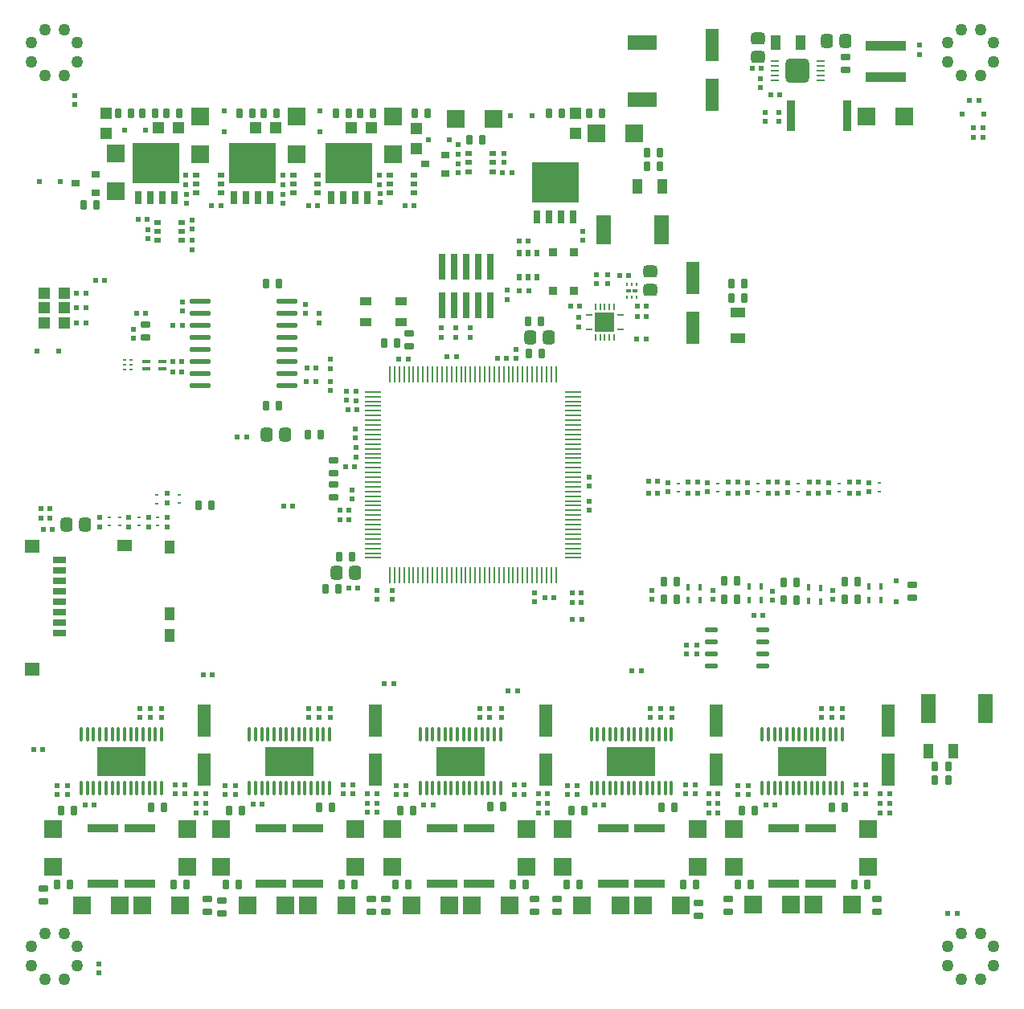
<source format=gtp>
G04 Layer_Color=8421504*
%FSLAX24Y24*%
%MOIN*%
G70*
G01*
G75*
%ADD36R,0.0591X0.0453*%
%ADD40C,0.0500*%
%ADD145R,0.0236X0.0118*%
%ADD146R,0.0120X0.0102*%
%ADD147R,0.0374X0.0334*%
%ADD148R,0.0138X0.0098*%
%ADD149R,0.0787X0.0787*%
%ADD150O,0.0295X0.0090*%
%ADD151O,0.0090X0.0295*%
G04:AMPARAMS|DCode=152|XSize=20mil|YSize=22mil|CornerRadius=3.4mil|HoleSize=0mil|Usage=FLASHONLY|Rotation=0.000|XOffset=0mil|YOffset=0mil|HoleType=Round|Shape=RoundedRectangle|*
%AMROUNDEDRECTD152*
21,1,0.0200,0.0152,0,0,0.0*
21,1,0.0132,0.0220,0,0,0.0*
1,1,0.0068,0.0066,-0.0076*
1,1,0.0068,-0.0066,-0.0076*
1,1,0.0068,-0.0066,0.0076*
1,1,0.0068,0.0066,0.0076*
%
%ADD152ROUNDEDRECTD152*%
%ADD153R,0.0220X0.0220*%
G04:AMPARAMS|DCode=154|XSize=27.1mil|YSize=37.4mil|CornerRadius=4.8mil|HoleSize=0mil|Usage=FLASHONLY|Rotation=0.000|XOffset=0mil|YOffset=0mil|HoleType=Round|Shape=RoundedRectangle|*
%AMROUNDEDRECTD154*
21,1,0.0271,0.0277,0,0,0.0*
21,1,0.0175,0.0374,0,0,0.0*
1,1,0.0097,0.0087,-0.0139*
1,1,0.0097,-0.0087,-0.0139*
1,1,0.0097,-0.0087,0.0139*
1,1,0.0097,0.0087,0.0139*
%
%ADD154ROUNDEDRECTD154*%
G04:AMPARAMS|DCode=155|XSize=27.1mil|YSize=37.4mil|CornerRadius=4.8mil|HoleSize=0mil|Usage=FLASHONLY|Rotation=270.000|XOffset=0mil|YOffset=0mil|HoleType=Round|Shape=RoundedRectangle|*
%AMROUNDEDRECTD155*
21,1,0.0271,0.0277,0,0,270.0*
21,1,0.0175,0.0374,0,0,270.0*
1,1,0.0097,-0.0139,-0.0087*
1,1,0.0097,-0.0139,0.0087*
1,1,0.0097,0.0139,0.0087*
1,1,0.0097,0.0139,-0.0087*
%
%ADD155ROUNDEDRECTD155*%
G04:AMPARAMS|DCode=156|XSize=20mil|YSize=22mil|CornerRadius=3.4mil|HoleSize=0mil|Usage=FLASHONLY|Rotation=270.000|XOffset=0mil|YOffset=0mil|HoleType=Round|Shape=RoundedRectangle|*
%AMROUNDEDRECTD156*
21,1,0.0200,0.0152,0,0,270.0*
21,1,0.0132,0.0220,0,0,270.0*
1,1,0.0068,-0.0076,-0.0066*
1,1,0.0068,-0.0076,0.0066*
1,1,0.0068,0.0076,0.0066*
1,1,0.0068,0.0076,-0.0066*
%
%ADD156ROUNDEDRECTD156*%
%ADD157R,0.0334X0.0137*%
%ADD158R,0.0340X0.0300*%
%ADD159R,0.0220X0.0220*%
%ADD160R,0.0770X0.0770*%
%ADD161R,0.0770X0.0770*%
%ADD162R,0.0216X0.0315*%
%ADD163R,0.0315X0.0216*%
%ADD164R,0.0413X0.0649*%
G04:AMPARAMS|DCode=165|XSize=50mil|YSize=58mil|CornerRadius=12mil|HoleSize=0mil|Usage=FLASHONLY|Rotation=270.000|XOffset=0mil|YOffset=0mil|HoleType=Round|Shape=RoundedRectangle|*
%AMROUNDEDRECTD165*
21,1,0.0500,0.0340,0,0,270.0*
21,1,0.0260,0.0580,0,0,270.0*
1,1,0.0240,-0.0170,-0.0130*
1,1,0.0240,-0.0170,0.0130*
1,1,0.0240,0.0170,0.0130*
1,1,0.0240,0.0170,-0.0130*
%
%ADD165ROUNDEDRECTD165*%
%ADD166R,0.0531X0.1319*%
%ADD167O,0.0118X0.0649*%
%ADD168R,0.2035X0.1200*%
%ADD169R,0.0649X0.0531*%
%ADD170R,0.0433X0.0571*%
%ADD171R,0.0571X0.0295*%
G04:AMPARAMS|DCode=172|XSize=50mil|YSize=58mil|CornerRadius=12mil|HoleSize=0mil|Usage=FLASHONLY|Rotation=0.000|XOffset=0mil|YOffset=0mil|HoleType=Round|Shape=RoundedRectangle|*
%AMROUNDEDRECTD172*
21,1,0.0500,0.0340,0,0,0.0*
21,1,0.0260,0.0580,0,0,0.0*
1,1,0.0240,0.0130,-0.0170*
1,1,0.0240,-0.0130,-0.0170*
1,1,0.0240,-0.0130,0.0170*
1,1,0.0240,0.0130,0.0170*
%
%ADD172ROUNDEDRECTD172*%
%ADD173R,0.0649X0.0413*%
%ADD174R,0.0460X0.0460*%
%ADD175R,0.0460X0.0460*%
%ADD176R,0.1240X0.0610*%
%ADD177R,0.0610X0.1240*%
%ADD178R,0.0180X0.0260*%
%ADD179R,0.0275X0.1082*%
%ADD180R,0.1653X0.0445*%
%ADD181R,0.0260X0.0540*%
%ADD182R,0.1950X0.1680*%
%ADD183R,0.1279X0.0334*%
%ADD184R,0.0334X0.1279*%
%ADD185O,0.0689X0.0098*%
%ADD186O,0.0098X0.0689*%
%ADD187R,0.0382X0.0098*%
G04:AMPARAMS|DCode=188|XSize=103mil|YSize=103mil|CornerRadius=25.3mil|HoleSize=0mil|Usage=FLASHONLY|Rotation=0.000|XOffset=0mil|YOffset=0mil|HoleType=Round|Shape=RoundedRectangle|*
%AMROUNDEDRECTD188*
21,1,0.1030,0.0525,0,0,0.0*
21,1,0.0525,0.1030,0,0,0.0*
1,1,0.0505,0.0263,-0.0263*
1,1,0.0505,-0.0263,-0.0263*
1,1,0.0505,-0.0263,0.0263*
1,1,0.0505,0.0263,0.0263*
%
%ADD188ROUNDEDRECTD188*%
%ADD189O,0.0886X0.0216*%
%ADD190O,0.0571X0.0216*%
%ADD191R,0.0452X0.0334*%
%ADD192R,0.0090X0.0137*%
G36*
X13631Y33643D02*
Y33592D01*
X13419D01*
Y33643D01*
X13454Y33679D01*
X13596D01*
X13631Y33643D01*
D02*
G37*
G36*
X14010D02*
Y33592D01*
X13800D01*
Y33643D01*
X13840Y33679D01*
X13980D01*
X14010Y33643D01*
D02*
G37*
G36*
X13257Y33640D02*
Y33592D01*
X13116D01*
Y33683D01*
X13214D01*
X13257Y33640D01*
D02*
G37*
G36*
X10000Y33643D02*
Y33592D01*
X9790D01*
Y33643D01*
X9830Y33679D01*
X9970D01*
X10000Y33643D01*
D02*
G37*
G36*
X10300Y33592D02*
X10170D01*
Y33640D01*
X10210Y33683D01*
X10300D01*
Y33592D01*
D02*
G37*
G36*
X21808Y34200D02*
X21773Y34170D01*
X21623D01*
X21584Y34210D01*
Y34450D01*
X21808D01*
Y34200D01*
D02*
G37*
G36*
X22186D02*
X22151Y34170D01*
X22001D01*
X21962Y34210D01*
Y34450D01*
X22186D01*
Y34200D01*
D02*
G37*
G36*
X23235Y33930D02*
X23135D01*
Y34450D01*
X23235D01*
Y33930D01*
D02*
G37*
G36*
X14310Y33592D02*
X14180D01*
Y33640D01*
X14220Y33683D01*
X14310D01*
Y33592D01*
D02*
G37*
G36*
X21415Y33930D02*
X21304D01*
Y34450D01*
X21415D01*
Y33930D01*
D02*
G37*
G36*
X22865Y32792D02*
X22735D01*
Y32840D01*
X22775Y32883D01*
X22865D01*
Y32792D01*
D02*
G37*
G36*
X5262Y33640D02*
Y33592D01*
X5120D01*
Y33683D01*
X5219D01*
X5262Y33640D01*
D02*
G37*
G36*
X22565Y32843D02*
Y32792D01*
X22355D01*
Y32843D01*
X22395Y32879D01*
X22535D01*
X22565Y32843D01*
D02*
G37*
G36*
X21812Y32840D02*
Y32792D01*
X21670D01*
Y32883D01*
X21769D01*
X21812Y32840D01*
D02*
G37*
G36*
X22186Y32843D02*
Y32792D01*
X21974D01*
Y32843D01*
X22009Y32879D01*
X22151D01*
X22186Y32843D01*
D02*
G37*
G36*
X9247Y33640D02*
Y33592D01*
X9106D01*
Y33683D01*
X9204D01*
X9247Y33640D01*
D02*
G37*
G36*
X9621Y33643D02*
Y33592D01*
X9409D01*
Y33643D01*
X9444Y33679D01*
X9586D01*
X9621Y33643D01*
D02*
G37*
G36*
X6315Y33592D02*
X6185D01*
Y33640D01*
X6225Y33683D01*
X6315D01*
Y33592D01*
D02*
G37*
G36*
X5636Y33643D02*
Y33592D01*
X5424D01*
Y33643D01*
X5459Y33679D01*
X5601D01*
X5636Y33643D01*
D02*
G37*
G36*
X6015D02*
Y33592D01*
X5805D01*
Y33643D01*
X5845Y33679D01*
X5985D01*
X6015Y33643D01*
D02*
G37*
G36*
X9621Y35000D02*
X9586Y34970D01*
X9436D01*
X9397Y35010D01*
Y35250D01*
X9621D01*
Y35000D01*
D02*
G37*
G36*
X10000Y35010D02*
X9960Y34970D01*
X9820D01*
X9780Y35010D01*
Y35250D01*
X10000D01*
Y35010D01*
D02*
G37*
G36*
X9243Y35000D02*
X9208Y34970D01*
X9058D01*
X9019Y35010D01*
Y35250D01*
X9243D01*
Y35000D01*
D02*
G37*
G36*
X6015Y35010D02*
X5975Y34970D01*
X5835D01*
X5795Y35010D01*
Y35250D01*
X6015D01*
Y35010D01*
D02*
G37*
G36*
X6385D02*
X6355Y34970D01*
X6205D01*
X6165Y35010D01*
Y35250D01*
X6385D01*
Y35010D01*
D02*
G37*
G36*
X14010D02*
X13970Y34970D01*
X13830D01*
X13790Y35010D01*
Y35250D01*
X14010D01*
Y35010D01*
D02*
G37*
G36*
X14380D02*
X14350Y34970D01*
X14200D01*
X14160Y35010D01*
Y35250D01*
X14380D01*
Y35010D01*
D02*
G37*
G36*
X13631Y35000D02*
X13596Y34970D01*
X13446D01*
X13407Y35010D01*
Y35250D01*
X13631D01*
Y35000D01*
D02*
G37*
G36*
X10370Y35010D02*
X10340Y34970D01*
X10190D01*
X10150Y35010D01*
Y35250D01*
X10370D01*
Y35010D01*
D02*
G37*
G36*
X13253Y35000D02*
X13218Y34970D01*
X13068D01*
X13029Y35010D01*
Y35250D01*
X13253D01*
Y35000D01*
D02*
G37*
G36*
X6685Y34730D02*
X6585D01*
Y35250D01*
X6685D01*
Y34730D01*
D02*
G37*
G36*
X8850D02*
X8739D01*
Y35250D01*
X8850D01*
Y34730D01*
D02*
G37*
G36*
X4865D02*
X4754D01*
Y35250D01*
X4865D01*
Y34730D01*
D02*
G37*
G36*
X22565Y34210D02*
X22525Y34170D01*
X22385D01*
X22345Y34210D01*
Y34450D01*
X22565D01*
Y34210D01*
D02*
G37*
G36*
X22935D02*
X22905Y34170D01*
X22755D01*
X22715Y34210D01*
Y34450D01*
X22935D01*
Y34210D01*
D02*
G37*
G36*
X5258Y35000D02*
X5223Y34970D01*
X5073D01*
X5034Y35010D01*
Y35250D01*
X5258D01*
Y35000D01*
D02*
G37*
G36*
X5636D02*
X5601Y34970D01*
X5451D01*
X5412Y35010D01*
Y35250D01*
X5636D01*
Y35000D01*
D02*
G37*
G36*
X14680Y34730D02*
X14580D01*
Y35250D01*
X14680D01*
Y34730D01*
D02*
G37*
G36*
X10670D02*
X10570D01*
Y35250D01*
X10670D01*
Y34730D01*
D02*
G37*
G36*
X12860D02*
X12749D01*
Y35250D01*
X12860D01*
Y34730D01*
D02*
G37*
D36*
X4415Y18549D02*
D03*
D40*
X1894Y555D02*
D03*
X1106D02*
D03*
X555Y1106D02*
D03*
Y1894D02*
D03*
X1106Y2445D02*
D03*
X1894D02*
D03*
X2445Y1894D02*
D03*
Y1106D02*
D03*
X1894Y38055D02*
D03*
X1106D02*
D03*
X555Y38606D02*
D03*
Y39394D02*
D03*
X1106Y39945D02*
D03*
X1894D02*
D03*
X2445Y39394D02*
D03*
Y38606D02*
D03*
X39894Y38055D02*
D03*
X39106D02*
D03*
X38555Y38606D02*
D03*
Y39394D02*
D03*
X39106Y39945D02*
D03*
X39894D02*
D03*
X40445Y39394D02*
D03*
Y38606D02*
D03*
X39894Y555D02*
D03*
X39106D02*
D03*
X38555Y1106D02*
D03*
Y1894D02*
D03*
X39106Y2445D02*
D03*
X39894D02*
D03*
X40445Y1894D02*
D03*
Y1106D02*
D03*
D145*
X25308Y29106D02*
D03*
X25584D02*
D03*
D146*
X4663Y26225D02*
D03*
X4663Y26028D02*
D03*
Y25831D02*
D03*
X4397Y25831D02*
D03*
Y26028D02*
D03*
X4397Y26225D02*
D03*
D147*
X22187Y30717D02*
D03*
X23053Y29103D02*
D03*
Y30717D02*
D03*
X22187Y29103D02*
D03*
D148*
X27360Y20763D02*
D03*
Y21117D02*
D03*
X5787Y19360D02*
D03*
Y19715D02*
D03*
X5010Y19360D02*
D03*
Y19715D02*
D03*
X6663Y20295D02*
D03*
Y20650D02*
D03*
X5748Y20285D02*
D03*
Y20640D02*
D03*
X4193Y19360D02*
D03*
Y19715D02*
D03*
X3789Y19360D02*
D03*
Y19715D02*
D03*
X29010Y21117D02*
D03*
Y20763D02*
D03*
X32350D02*
D03*
Y21117D02*
D03*
X35720Y21127D02*
D03*
Y20773D02*
D03*
X30660Y21117D02*
D03*
Y20763D02*
D03*
X34040D02*
D03*
Y21117D02*
D03*
D149*
X24321Y27805D02*
D03*
D150*
X23681Y27510D02*
D03*
Y28100D02*
D03*
X24961D02*
D03*
Y27510D02*
D03*
D151*
X23927Y28445D02*
D03*
X24124D02*
D03*
X24321D02*
D03*
X24518D02*
D03*
X24715D02*
D03*
Y27165D02*
D03*
X24518D02*
D03*
X24321D02*
D03*
X24124D02*
D03*
X23927D02*
D03*
D152*
X23281Y28465D02*
D03*
X22904D02*
D03*
X5277Y28180D02*
D03*
X4900D02*
D03*
X9081Y23040D02*
D03*
X9460D02*
D03*
X18159Y26370D02*
D03*
X17780D02*
D03*
X20783Y29100D02*
D03*
X21160D02*
D03*
X16045Y32630D02*
D03*
X16422D02*
D03*
X12033Y32657D02*
D03*
X12410D02*
D03*
X8018Y32648D02*
D03*
X8395D02*
D03*
X21947Y7830D02*
D03*
X21570D02*
D03*
X36127Y7450D02*
D03*
X35750D02*
D03*
X29017D02*
D03*
X28640D02*
D03*
X10992Y20187D02*
D03*
X11371D02*
D03*
X1418Y19220D02*
D03*
X1041D02*
D03*
X39615Y35867D02*
D03*
X39992D02*
D03*
X39995Y35467D02*
D03*
X39616D02*
D03*
X38930Y3280D02*
D03*
X38551D02*
D03*
X39826Y37006D02*
D03*
X39447D02*
D03*
X640Y10060D02*
D03*
X1019D02*
D03*
X3580Y29550D02*
D03*
X3201D02*
D03*
X22980Y15480D02*
D03*
X23359D02*
D03*
X23340Y16570D02*
D03*
X22961D02*
D03*
X22970Y16170D02*
D03*
X23349D02*
D03*
X8054Y13189D02*
D03*
X7675D02*
D03*
X15564Y12805D02*
D03*
X15185D02*
D03*
X25830Y13337D02*
D03*
X25451D02*
D03*
X20702Y12500D02*
D03*
X20323D02*
D03*
X30509Y15630D02*
D03*
X30886D02*
D03*
X20467Y34000D02*
D03*
X20090D02*
D03*
X21947Y7450D02*
D03*
X21570D02*
D03*
X17194Y7770D02*
D03*
X16817D02*
D03*
X15783Y26280D02*
D03*
X16160D02*
D03*
X13713Y16760D02*
D03*
X14090D02*
D03*
X28160Y21190D02*
D03*
X27783D02*
D03*
X31470Y21180D02*
D03*
X31093D02*
D03*
X34850Y21170D02*
D03*
X34473D02*
D03*
X13717Y20000D02*
D03*
X13340D02*
D03*
X14037Y24160D02*
D03*
X13660D02*
D03*
X13707Y19600D02*
D03*
X13330D02*
D03*
X26520Y20720D02*
D03*
X26143D02*
D03*
X29830Y21180D02*
D03*
X29453D02*
D03*
X33168Y21168D02*
D03*
X32791D02*
D03*
X20247Y26320D02*
D03*
X19870D02*
D03*
X21833Y16360D02*
D03*
X22210D02*
D03*
X24938Y29754D02*
D03*
X25315D02*
D03*
X26036Y28046D02*
D03*
X25659D02*
D03*
X26036Y28476D02*
D03*
X25659D02*
D03*
X31573Y37254D02*
D03*
X31196D02*
D03*
X1320Y20090D02*
D03*
X943D02*
D03*
X7380Y7840D02*
D03*
X7757D02*
D03*
X14490Y7850D02*
D03*
X14867D02*
D03*
X28640Y7840D02*
D03*
X29017D02*
D03*
X35750D02*
D03*
X36127D02*
D03*
X6797Y27660D02*
D03*
X6420D02*
D03*
X3134Y7770D02*
D03*
X2757D02*
D03*
X10103Y7800D02*
D03*
X9726D02*
D03*
X24280Y7770D02*
D03*
X23903D02*
D03*
X31369D02*
D03*
X30992D02*
D03*
X2799Y28400D02*
D03*
X2420D02*
D03*
X2799Y27790D02*
D03*
X2420D02*
D03*
X28160Y20710D02*
D03*
X27781D02*
D03*
X31470D02*
D03*
X31091D02*
D03*
X34850Y20700D02*
D03*
X34471D02*
D03*
X26520Y21200D02*
D03*
X26141D02*
D03*
X29830Y20700D02*
D03*
X29451D02*
D03*
X33168Y20698D02*
D03*
X32789D02*
D03*
X7380Y8240D02*
D03*
X7759D02*
D03*
X14490D02*
D03*
X14869D02*
D03*
X28640Y8230D02*
D03*
X29019D02*
D03*
X35750Y8240D02*
D03*
X36129D02*
D03*
X7380Y7450D02*
D03*
X7759D02*
D03*
X14490Y7460D02*
D03*
X14869D02*
D03*
X5349Y32060D02*
D03*
X4970D02*
D03*
X26035Y27096D02*
D03*
X25656D02*
D03*
X20771Y31160D02*
D03*
X21150D02*
D03*
X2421Y29010D02*
D03*
X2800D02*
D03*
X30812Y38334D02*
D03*
X30433D02*
D03*
X941Y19690D02*
D03*
X1320D02*
D03*
X13560Y21820D02*
D03*
X13939D02*
D03*
X11950Y25350D02*
D03*
X12329D02*
D03*
X6410Y26170D02*
D03*
X6789D02*
D03*
X11960Y25900D02*
D03*
X12339D02*
D03*
X6410Y25730D02*
D03*
X6789D02*
D03*
X21570Y8234D02*
D03*
X21949D02*
D03*
D153*
X40025Y36457D02*
D03*
X39152D02*
D03*
X20420Y36380D02*
D03*
X21293D02*
D03*
X4410Y35770D02*
D03*
X5283D02*
D03*
X17870Y35380D02*
D03*
X16997D02*
D03*
X880Y33630D02*
D03*
X1753D02*
D03*
X787Y26620D02*
D03*
X1660D02*
D03*
D154*
X10272Y24350D02*
D03*
X10808D02*
D03*
X10272Y29410D02*
D03*
X10808D02*
D03*
X26072Y34840D02*
D03*
X26608D02*
D03*
X26072Y34290D02*
D03*
X26608D02*
D03*
X1784Y7540D02*
D03*
X2319D02*
D03*
X8752D02*
D03*
X9288D02*
D03*
X22929D02*
D03*
X23465D02*
D03*
X30018D02*
D03*
X30553D02*
D03*
X6052Y7690D02*
D03*
X5517D02*
D03*
X13021D02*
D03*
X12485D02*
D03*
X27198D02*
D03*
X26662D02*
D03*
X34286D02*
D03*
X33751D02*
D03*
X15842Y7530D02*
D03*
X16378D02*
D03*
X20112Y7700D02*
D03*
X19576D02*
D03*
X3248Y32670D02*
D03*
X2712D02*
D03*
X19248Y35380D02*
D03*
X18712D02*
D03*
X5142Y36470D02*
D03*
X5678D02*
D03*
X9698D02*
D03*
X9162D02*
D03*
X13708Y36470D02*
D03*
X13172D02*
D03*
X22528Y36470D02*
D03*
X21992D02*
D03*
X1592Y4470D02*
D03*
X2128D02*
D03*
X8611Y4460D02*
D03*
X9147D02*
D03*
X22739D02*
D03*
X23275D02*
D03*
X29828D02*
D03*
X30363D02*
D03*
X6434Y4470D02*
D03*
X6969D02*
D03*
X13402D02*
D03*
X13938D02*
D03*
X27579D02*
D03*
X28115D02*
D03*
X34668D02*
D03*
X35203D02*
D03*
X16189Y4460D02*
D03*
X15653D02*
D03*
X21029Y4470D02*
D03*
X20493D02*
D03*
X21130Y27844D02*
D03*
X21665D02*
D03*
X13288Y16750D02*
D03*
X12752D02*
D03*
X30098Y29400D02*
D03*
X29562D02*
D03*
X30098Y28800D02*
D03*
X29562D02*
D03*
X12528Y23150D02*
D03*
X11992D02*
D03*
X38022Y8820D02*
D03*
X38558D02*
D03*
X38022Y9360D02*
D03*
X38558D02*
D03*
X15698Y26950D02*
D03*
X15162D02*
D03*
X4132Y36470D02*
D03*
X4668D02*
D03*
X16988Y36470D02*
D03*
X16452D02*
D03*
X6688Y36470D02*
D03*
X6152D02*
D03*
X10718Y36470D02*
D03*
X10182D02*
D03*
X14718Y36470D02*
D03*
X14182D02*
D03*
X23682D02*
D03*
X24218D02*
D03*
X27308Y17044D02*
D03*
X26772D02*
D03*
X29818Y17060D02*
D03*
X29282D02*
D03*
X32278Y17020D02*
D03*
X31742D02*
D03*
X34808Y17050D02*
D03*
X34272D02*
D03*
X27308Y16294D02*
D03*
X26772D02*
D03*
X29818Y16310D02*
D03*
X29282D02*
D03*
X32278Y16270D02*
D03*
X31742D02*
D03*
X34808Y16300D02*
D03*
X34272D02*
D03*
X21698Y26500D02*
D03*
X21162D02*
D03*
X13312Y18070D02*
D03*
X13848D02*
D03*
X7998Y20210D02*
D03*
X7462D02*
D03*
D155*
X5270Y27718D02*
D03*
Y27182D02*
D03*
X13090Y20532D02*
D03*
Y21068D02*
D03*
X1043Y3787D02*
D03*
Y4323D02*
D03*
X8455Y3266D02*
D03*
Y3801D02*
D03*
X22327Y3332D02*
D03*
Y3868D02*
D03*
X29430Y3332D02*
D03*
Y3868D02*
D03*
X7855Y3332D02*
D03*
Y3868D02*
D03*
X14625Y3332D02*
D03*
Y3868D02*
D03*
X28210Y3182D02*
D03*
Y3718D02*
D03*
X35596Y3332D02*
D03*
Y3868D02*
D03*
X15241D02*
D03*
Y3332D02*
D03*
X21421Y3868D02*
D03*
Y3332D02*
D03*
X13090Y21532D02*
D03*
Y22068D02*
D03*
X34293Y38267D02*
D03*
Y38802D02*
D03*
X16210Y26802D02*
D03*
Y27338D02*
D03*
X37090Y16908D02*
D03*
Y16372D02*
D03*
D156*
X4760Y27517D02*
D03*
Y27140D02*
D03*
X18130Y27180D02*
D03*
Y27559D02*
D03*
X20260Y29130D02*
D03*
Y28751D02*
D03*
X18750Y27560D02*
D03*
Y27181D02*
D03*
X28140Y14420D02*
D03*
Y14041D02*
D03*
X15510Y16293D02*
D03*
Y16670D02*
D03*
X24439Y29785D02*
D03*
Y29406D02*
D03*
X23410Y31191D02*
D03*
Y31570D02*
D03*
X14990Y33899D02*
D03*
Y33520D02*
D03*
X10990Y33900D02*
D03*
Y33521D02*
D03*
X6955Y33900D02*
D03*
Y33521D02*
D03*
X20140Y34819D02*
D03*
Y34440D02*
D03*
X20570Y8599D02*
D03*
Y8220D02*
D03*
X35140Y8609D02*
D03*
Y8230D02*
D03*
X28060Y8609D02*
D03*
Y8230D02*
D03*
X13870Y8609D02*
D03*
Y8230D02*
D03*
X6910Y8609D02*
D03*
Y8230D02*
D03*
X13470Y8607D02*
D03*
Y8230D02*
D03*
X6510Y8607D02*
D03*
Y8230D02*
D03*
X12480Y27783D02*
D03*
Y28160D02*
D03*
X28590Y20761D02*
D03*
Y21140D02*
D03*
X31910Y20751D02*
D03*
Y21130D02*
D03*
X35290Y20761D02*
D03*
Y21140D02*
D03*
X26940Y20761D02*
D03*
Y21140D02*
D03*
X30250Y20751D02*
D03*
Y21130D02*
D03*
X33610Y20751D02*
D03*
Y21130D02*
D03*
X3350Y810D02*
D03*
Y1189D02*
D03*
X2340Y37220D02*
D03*
Y36841D02*
D03*
X27717Y14422D02*
D03*
Y14043D02*
D03*
X2024Y8210D02*
D03*
Y8587D02*
D03*
X8993Y8210D02*
D03*
Y8587D02*
D03*
X23170Y8210D02*
D03*
Y8587D02*
D03*
X30259Y8210D02*
D03*
Y8587D02*
D03*
X5944Y11410D02*
D03*
Y11787D02*
D03*
X12930Y11410D02*
D03*
Y11787D02*
D03*
X27110Y11410D02*
D03*
Y11787D02*
D03*
X34190Y11410D02*
D03*
Y11787D02*
D03*
X7215Y30818D02*
D03*
Y31195D02*
D03*
X16084Y8587D02*
D03*
Y8210D02*
D03*
X20024Y11787D02*
D03*
Y11410D02*
D03*
X13850Y20847D02*
D03*
Y20470D02*
D03*
X14000Y22223D02*
D03*
Y22600D02*
D03*
X20650Y26313D02*
D03*
Y26690D02*
D03*
X23660Y20387D02*
D03*
Y20010D02*
D03*
X21420Y16587D02*
D03*
Y16210D02*
D03*
X13990Y23377D02*
D03*
Y23000D02*
D03*
X23670Y21013D02*
D03*
Y21390D02*
D03*
X37380Y39300D02*
D03*
Y38923D02*
D03*
X26290Y16292D02*
D03*
Y16669D02*
D03*
X28800Y16307D02*
D03*
Y16684D02*
D03*
X31260Y16644D02*
D03*
Y16267D02*
D03*
X33790Y16674D02*
D03*
Y16297D02*
D03*
X17530Y27560D02*
D03*
Y27183D02*
D03*
X14020Y24930D02*
D03*
Y24553D02*
D03*
X14880Y16293D02*
D03*
Y16670D02*
D03*
X11900Y28547D02*
D03*
Y28170D02*
D03*
X6800Y28647D02*
D03*
Y28270D02*
D03*
X27660Y8230D02*
D03*
Y8609D02*
D03*
X34740Y8230D02*
D03*
Y8609D02*
D03*
X1611Y8587D02*
D03*
Y8208D02*
D03*
X8580Y8587D02*
D03*
Y8208D02*
D03*
X22757Y8587D02*
D03*
Y8208D02*
D03*
X29846Y8587D02*
D03*
Y8208D02*
D03*
X5474Y11411D02*
D03*
Y11790D02*
D03*
X12463Y11411D02*
D03*
Y11790D02*
D03*
X26640Y11411D02*
D03*
Y11790D02*
D03*
X33730Y11411D02*
D03*
Y11790D02*
D03*
X5044Y11789D02*
D03*
Y11410D02*
D03*
X12033Y11789D02*
D03*
Y11410D02*
D03*
X26210Y11789D02*
D03*
Y11410D02*
D03*
X33300Y11789D02*
D03*
Y11410D02*
D03*
X5360Y31261D02*
D03*
Y31640D02*
D03*
X7210Y31670D02*
D03*
Y32049D02*
D03*
X18250Y34011D02*
D03*
Y34390D02*
D03*
X18240Y35169D02*
D03*
Y34790D02*
D03*
X6965Y32744D02*
D03*
Y33123D02*
D03*
X23228Y27994D02*
D03*
Y27615D02*
D03*
X10990Y32744D02*
D03*
Y33123D02*
D03*
X15000Y32761D02*
D03*
Y33140D02*
D03*
X23986Y29785D02*
D03*
Y29406D02*
D03*
X20970Y8220D02*
D03*
Y8599D02*
D03*
X15671Y8208D02*
D03*
Y8587D02*
D03*
X19554Y11411D02*
D03*
Y11790D02*
D03*
X19124Y11789D02*
D03*
Y11410D02*
D03*
X30780Y37909D02*
D03*
Y37530D02*
D03*
X6181Y19319D02*
D03*
Y19698D02*
D03*
X12950Y25340D02*
D03*
Y24961D02*
D03*
Y25890D02*
D03*
Y26269D02*
D03*
X13600Y24939D02*
D03*
Y24560D02*
D03*
X6171Y20323D02*
D03*
Y20702D02*
D03*
X5404Y19319D02*
D03*
Y19698D02*
D03*
X3381Y19699D02*
D03*
Y19320D02*
D03*
X4587Y19697D02*
D03*
Y19318D02*
D03*
X30980Y36140D02*
D03*
Y36519D02*
D03*
X31533Y36520D02*
D03*
Y36141D02*
D03*
D157*
X5975Y26186D02*
D03*
X5305D02*
D03*
Y25871D02*
D03*
X5975D02*
D03*
D158*
X2360Y33560D02*
D03*
X3194Y33940D02*
D03*
Y33186D02*
D03*
X16870Y34360D02*
D03*
X17704Y34740D02*
D03*
Y33986D02*
D03*
D159*
X12520Y36590D02*
D03*
Y35717D02*
D03*
X8540Y36590D02*
D03*
Y35717D02*
D03*
X36410Y16200D02*
D03*
Y17073D02*
D03*
D160*
X18140Y36240D02*
D03*
X19717D02*
D03*
X23970Y35630D02*
D03*
X25547D02*
D03*
X16304Y3600D02*
D03*
X17881D02*
D03*
X20384Y3602D02*
D03*
X18806D02*
D03*
X35173Y36354D02*
D03*
X36751D02*
D03*
X4215Y3600D02*
D03*
X2638D02*
D03*
X11085D02*
D03*
X9508D02*
D03*
X24967D02*
D03*
X23390D02*
D03*
X32056Y3630D02*
D03*
X30478D02*
D03*
X5135Y3602D02*
D03*
X6713D02*
D03*
X12015D02*
D03*
X13593D02*
D03*
X25900Y3600D02*
D03*
X27477D02*
D03*
X32990Y3630D02*
D03*
X34567D02*
D03*
D161*
X4030Y34820D02*
D03*
Y33243D02*
D03*
X7540Y34780D02*
D03*
Y36357D02*
D03*
X11530Y34780D02*
D03*
Y36357D02*
D03*
X15530Y34760D02*
D03*
Y36337D02*
D03*
X15491Y5213D02*
D03*
Y6790D02*
D03*
X21071Y5213D02*
D03*
Y6790D02*
D03*
X1431D02*
D03*
Y5213D02*
D03*
X8400Y6790D02*
D03*
Y5213D02*
D03*
X22577Y6790D02*
D03*
Y5213D02*
D03*
X29666Y6790D02*
D03*
Y5213D02*
D03*
X7011Y6790D02*
D03*
Y5213D02*
D03*
X13980Y6790D02*
D03*
Y5213D02*
D03*
X28157Y6790D02*
D03*
Y5213D02*
D03*
X35246Y6790D02*
D03*
Y5213D02*
D03*
D162*
X20766Y30685D02*
D03*
X21140D02*
D03*
X21514D02*
D03*
Y29681D02*
D03*
X21140D02*
D03*
X20766D02*
D03*
D163*
X15410Y33166D02*
D03*
Y33540D02*
D03*
Y33914D02*
D03*
X16414D02*
D03*
Y33540D02*
D03*
Y33166D02*
D03*
X11404Y33159D02*
D03*
Y33533D02*
D03*
Y33907D02*
D03*
X12407D02*
D03*
Y33533D02*
D03*
Y33159D02*
D03*
X7388D02*
D03*
Y33533D02*
D03*
Y33907D02*
D03*
X8392D02*
D03*
Y33533D02*
D03*
Y33159D02*
D03*
X5771Y31205D02*
D03*
Y31579D02*
D03*
Y31953D02*
D03*
X6775D02*
D03*
Y31579D02*
D03*
Y31205D02*
D03*
X18678Y34056D02*
D03*
Y34430D02*
D03*
Y34804D02*
D03*
X19682D02*
D03*
Y34430D02*
D03*
Y34056D02*
D03*
D164*
X25658Y33430D02*
D03*
X26702D02*
D03*
X38772Y10020D02*
D03*
X37728D02*
D03*
X31411Y39424D02*
D03*
X32455D02*
D03*
D165*
X26216Y29900D02*
D03*
Y29146D02*
D03*
X30662Y38821D02*
D03*
Y39575D02*
D03*
D166*
X7700Y9226D02*
D03*
Y11274D02*
D03*
X14800Y9226D02*
D03*
Y11274D02*
D03*
X28930Y9226D02*
D03*
Y11274D02*
D03*
X36060Y9226D02*
D03*
Y11274D02*
D03*
X21860D02*
D03*
Y9226D02*
D03*
X27970Y29634D02*
D03*
Y27586D02*
D03*
X28790Y37246D02*
D03*
Y39294D02*
D03*
D167*
X2611Y8468D02*
D03*
X2867D02*
D03*
X3123D02*
D03*
X3379D02*
D03*
X3635D02*
D03*
X3891D02*
D03*
X4146D02*
D03*
X4402D02*
D03*
X4658D02*
D03*
X4914D02*
D03*
X5170D02*
D03*
X5426D02*
D03*
X5682D02*
D03*
X5938D02*
D03*
X2611Y10712D02*
D03*
X2867D02*
D03*
X3123D02*
D03*
X3379D02*
D03*
X3635D02*
D03*
X3891D02*
D03*
X4146D02*
D03*
X4402D02*
D03*
X4658D02*
D03*
X4914D02*
D03*
X5170D02*
D03*
X5426D02*
D03*
X5682D02*
D03*
X5938D02*
D03*
X12906D02*
D03*
X12651D02*
D03*
X12395D02*
D03*
X12139D02*
D03*
X11883D02*
D03*
X11627D02*
D03*
X11371D02*
D03*
X11115D02*
D03*
X10859D02*
D03*
X10603D02*
D03*
X10347D02*
D03*
X10091D02*
D03*
X9836D02*
D03*
X9580D02*
D03*
X12906Y8468D02*
D03*
X12651D02*
D03*
X12395D02*
D03*
X12139D02*
D03*
X11883D02*
D03*
X11627D02*
D03*
X11371D02*
D03*
X11115D02*
D03*
X10859D02*
D03*
X10603D02*
D03*
X10347D02*
D03*
X10091D02*
D03*
X9836D02*
D03*
X9580D02*
D03*
X16671D02*
D03*
X16927D02*
D03*
X17183D02*
D03*
X17439D02*
D03*
X17694D02*
D03*
X17950D02*
D03*
X18206D02*
D03*
X18462D02*
D03*
X18718D02*
D03*
X18974D02*
D03*
X19230D02*
D03*
X19486D02*
D03*
X19742D02*
D03*
X19998D02*
D03*
X16671Y10712D02*
D03*
X16927D02*
D03*
X17183D02*
D03*
X17439D02*
D03*
X17694D02*
D03*
X17950D02*
D03*
X18206D02*
D03*
X18462D02*
D03*
X18718D02*
D03*
X18974D02*
D03*
X19230D02*
D03*
X19486D02*
D03*
X19742D02*
D03*
X19998D02*
D03*
X27084D02*
D03*
X26828D02*
D03*
X26572D02*
D03*
X26316D02*
D03*
X26060D02*
D03*
X25804D02*
D03*
X25548D02*
D03*
X25292D02*
D03*
X25036D02*
D03*
X24780D02*
D03*
X24525D02*
D03*
X24269D02*
D03*
X24013D02*
D03*
X23757D02*
D03*
X27084Y8468D02*
D03*
X26828D02*
D03*
X26572D02*
D03*
X26316D02*
D03*
X26060D02*
D03*
X25804D02*
D03*
X25548D02*
D03*
X25292D02*
D03*
X25036D02*
D03*
X24780D02*
D03*
X24525D02*
D03*
X24269D02*
D03*
X24013D02*
D03*
X23757D02*
D03*
X30845D02*
D03*
X31101D02*
D03*
X31357D02*
D03*
X31613D02*
D03*
X31869D02*
D03*
X32125D02*
D03*
X32381D02*
D03*
X32637D02*
D03*
X32893D02*
D03*
X33149D02*
D03*
X33404D02*
D03*
X33660D02*
D03*
X33916D02*
D03*
X34172D02*
D03*
X30845Y10712D02*
D03*
X31101D02*
D03*
X31357D02*
D03*
X31613D02*
D03*
X31869D02*
D03*
X32125D02*
D03*
X32381D02*
D03*
X32637D02*
D03*
X32893D02*
D03*
X33149D02*
D03*
X33404D02*
D03*
X33660D02*
D03*
X33916D02*
D03*
X34172D02*
D03*
D168*
X4274Y9590D02*
D03*
X11243D02*
D03*
X18334D02*
D03*
X25420D02*
D03*
X32509D02*
D03*
D169*
X576Y18499D02*
D03*
Y13421D02*
D03*
D170*
X6275Y18480D02*
D03*
Y15724D02*
D03*
Y14818D02*
D03*
D171*
X1718Y14897D02*
D03*
Y15330D02*
D03*
Y15763D02*
D03*
Y16196D02*
D03*
Y16629D02*
D03*
Y17062D02*
D03*
Y17495D02*
D03*
Y17929D02*
D03*
D172*
X2017Y19400D02*
D03*
X2771D02*
D03*
X34307Y39484D02*
D03*
X33553D02*
D03*
X21250Y27175D02*
D03*
X22004D02*
D03*
X13964Y17420D02*
D03*
X13210D02*
D03*
X10316Y23130D02*
D03*
X11070D02*
D03*
D173*
X29830Y28192D02*
D03*
Y27148D02*
D03*
D174*
X1913Y28400D02*
D03*
X1080D02*
D03*
X6643Y35890D02*
D03*
X5810D02*
D03*
X10663D02*
D03*
X9830D02*
D03*
X1913Y27790D02*
D03*
X1080D02*
D03*
X14653Y35890D02*
D03*
X13820D02*
D03*
X1913Y29010D02*
D03*
X1080D02*
D03*
D175*
X16500Y35833D02*
D03*
Y35000D02*
D03*
X23110Y36473D02*
D03*
Y35640D02*
D03*
X3630Y35637D02*
D03*
Y36470D02*
D03*
D176*
X25870Y37029D02*
D03*
Y39400D02*
D03*
D177*
X26661Y31630D02*
D03*
X24290D02*
D03*
X37733Y11777D02*
D03*
X40104D02*
D03*
D178*
X27790Y16269D02*
D03*
Y16820D02*
D03*
X30300Y16836D02*
D03*
Y16284D02*
D03*
X32760Y16796D02*
D03*
Y16244D02*
D03*
X35290Y16274D02*
D03*
Y16826D02*
D03*
X28290Y16269D02*
D03*
Y16820D02*
D03*
X30800Y16836D02*
D03*
Y16284D02*
D03*
X33270Y16224D02*
D03*
Y16776D02*
D03*
X35790Y16826D02*
D03*
Y16274D02*
D03*
D179*
X17590Y28511D02*
D03*
Y30109D02*
D03*
X18090Y28511D02*
D03*
Y30109D02*
D03*
X18590Y28511D02*
D03*
Y30109D02*
D03*
X19090Y28511D02*
D03*
Y30109D02*
D03*
X19590Y28511D02*
D03*
Y30109D02*
D03*
D180*
X35963Y37963D02*
D03*
Y39266D02*
D03*
D181*
X4965Y32966D02*
D03*
X5465D02*
D03*
X5965D02*
D03*
X6465D02*
D03*
X8950D02*
D03*
X9450D02*
D03*
X9950D02*
D03*
X10450D02*
D03*
X12960D02*
D03*
X13460D02*
D03*
X13960D02*
D03*
X14460D02*
D03*
X21515Y32166D02*
D03*
X22015D02*
D03*
X22515D02*
D03*
X23015D02*
D03*
D182*
X5715Y34410D02*
D03*
X9700D02*
D03*
X13710D02*
D03*
X22265Y33610D02*
D03*
D183*
X5031Y4499D02*
D03*
Y6821D02*
D03*
X12000Y4499D02*
D03*
Y6821D02*
D03*
X26177Y4499D02*
D03*
Y6821D02*
D03*
X33266Y4499D02*
D03*
Y6821D02*
D03*
X3511Y4499D02*
D03*
Y6821D02*
D03*
X10480Y4499D02*
D03*
Y6821D02*
D03*
X24657Y4499D02*
D03*
Y6821D02*
D03*
X31746Y4499D02*
D03*
Y6821D02*
D03*
X17571Y4499D02*
D03*
Y6821D02*
D03*
X19091Y4499D02*
D03*
Y6821D02*
D03*
D184*
X34375Y36374D02*
D03*
X32052D02*
D03*
D185*
X23004Y24916D02*
D03*
Y24719D02*
D03*
Y24522D02*
D03*
Y24325D02*
D03*
Y24128D02*
D03*
Y23932D02*
D03*
Y23735D02*
D03*
Y23538D02*
D03*
Y23341D02*
D03*
Y23144D02*
D03*
Y22947D02*
D03*
Y22751D02*
D03*
Y22554D02*
D03*
Y22357D02*
D03*
Y22160D02*
D03*
Y21963D02*
D03*
Y21766D02*
D03*
Y21569D02*
D03*
Y21373D02*
D03*
Y21176D02*
D03*
Y20979D02*
D03*
Y20782D02*
D03*
Y20585D02*
D03*
Y20388D02*
D03*
Y20192D02*
D03*
Y19995D02*
D03*
Y19798D02*
D03*
Y19601D02*
D03*
Y19404D02*
D03*
Y19207D02*
D03*
Y19010D02*
D03*
Y18814D02*
D03*
Y18617D02*
D03*
Y18420D02*
D03*
Y18223D02*
D03*
Y18026D02*
D03*
X14696D02*
D03*
Y18223D02*
D03*
Y18420D02*
D03*
Y18617D02*
D03*
Y18814D02*
D03*
Y19010D02*
D03*
Y19207D02*
D03*
Y19404D02*
D03*
Y19601D02*
D03*
Y19798D02*
D03*
Y19995D02*
D03*
Y20192D02*
D03*
Y20388D02*
D03*
Y20585D02*
D03*
Y20782D02*
D03*
Y20979D02*
D03*
Y21176D02*
D03*
Y21373D02*
D03*
Y21569D02*
D03*
Y21766D02*
D03*
Y21963D02*
D03*
Y22160D02*
D03*
Y22357D02*
D03*
Y22554D02*
D03*
Y22751D02*
D03*
Y22947D02*
D03*
Y23144D02*
D03*
Y23341D02*
D03*
Y23538D02*
D03*
Y23735D02*
D03*
Y23932D02*
D03*
Y24128D02*
D03*
Y24325D02*
D03*
Y24522D02*
D03*
Y24719D02*
D03*
Y24916D02*
D03*
D186*
X22295Y17317D02*
D03*
X22098D02*
D03*
X21901D02*
D03*
X21704D02*
D03*
X21507D02*
D03*
X21311D02*
D03*
X21114D02*
D03*
X20917D02*
D03*
X20720D02*
D03*
X20523D02*
D03*
X20326D02*
D03*
X20130D02*
D03*
X19933D02*
D03*
X19736D02*
D03*
X19539D02*
D03*
X19342D02*
D03*
X19145D02*
D03*
X18948D02*
D03*
X18752D02*
D03*
X18555D02*
D03*
X18358D02*
D03*
X18161D02*
D03*
X17964D02*
D03*
X17767D02*
D03*
X17570D02*
D03*
X17374D02*
D03*
X17177D02*
D03*
X16980D02*
D03*
X16783D02*
D03*
X16586D02*
D03*
X16389D02*
D03*
X16193D02*
D03*
X15996D02*
D03*
X15799D02*
D03*
X15602D02*
D03*
X15405D02*
D03*
Y25625D02*
D03*
X15602D02*
D03*
X15799D02*
D03*
X15996D02*
D03*
X16193D02*
D03*
X16389D02*
D03*
X16586D02*
D03*
X16783D02*
D03*
X16980D02*
D03*
X17177D02*
D03*
X17374D02*
D03*
X17570D02*
D03*
X17767D02*
D03*
X17964D02*
D03*
X18161D02*
D03*
X18358D02*
D03*
X18555D02*
D03*
X18752D02*
D03*
X18948D02*
D03*
X19145D02*
D03*
X19342D02*
D03*
X19539D02*
D03*
X19736D02*
D03*
X19933D02*
D03*
X20130D02*
D03*
X20326D02*
D03*
X20523D02*
D03*
X20720D02*
D03*
X20917D02*
D03*
X21114D02*
D03*
X21311D02*
D03*
X21507D02*
D03*
X21704D02*
D03*
X21901D02*
D03*
X22098D02*
D03*
X22295D02*
D03*
D187*
X31368Y38638D02*
D03*
Y38441D02*
D03*
Y38244D02*
D03*
Y38047D02*
D03*
Y37851D02*
D03*
X33258Y38638D02*
D03*
Y38441D02*
D03*
Y38244D02*
D03*
Y38047D02*
D03*
Y37851D02*
D03*
D188*
X32313Y38244D02*
D03*
D189*
X11151Y25160D02*
D03*
Y25660D02*
D03*
Y26160D02*
D03*
Y26660D02*
D03*
Y27160D02*
D03*
Y27660D02*
D03*
Y28160D02*
D03*
Y28660D02*
D03*
X7549Y25160D02*
D03*
Y25660D02*
D03*
Y26160D02*
D03*
Y26660D02*
D03*
Y27160D02*
D03*
Y27660D02*
D03*
Y28160D02*
D03*
Y28660D02*
D03*
D190*
X30873Y13540D02*
D03*
Y14040D02*
D03*
Y14540D02*
D03*
Y15040D02*
D03*
X28747Y13540D02*
D03*
Y14040D02*
D03*
Y14540D02*
D03*
Y15040D02*
D03*
D191*
X14422Y27807D02*
D03*
X15878D02*
D03*
Y28673D02*
D03*
X14422D02*
D03*
D192*
X25250Y28850D02*
D03*
X25446D02*
D03*
X25643D02*
D03*
Y29362D02*
D03*
X25446D02*
D03*
X25250D02*
D03*
M02*

</source>
